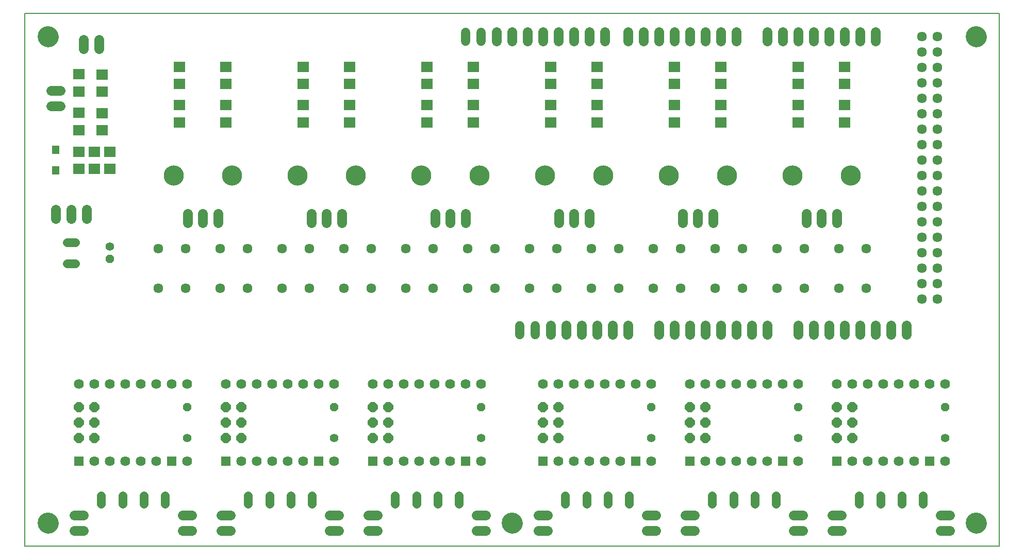
<source format=gts>
G75*
%MOIN*%
%OFA0B0*%
%FSLAX25Y25*%
%IPPOS*%
%LPD*%
%AMOC8*
5,1,8,0,0,1.08239X$1,22.5*
%
%ADD10C,0.00600*%
%ADD11C,0.05600*%
%ADD12OC8,0.05600*%
%ADD13OC8,0.06400*%
%ADD14C,0.06400*%
%ADD15C,0.06400*%
%ADD16R,0.06400X0.06400*%
%ADD17C,0.06337*%
%ADD18C,0.13061*%
%ADD19C,0.06337*%
%ADD20C,0.05746*%
%ADD21C,0.06000*%
%ADD22R,0.07498X0.06699*%
%ADD23R,0.07487X0.06699*%
%ADD24R,0.05124X0.05715*%
%ADD25C,0.00000*%
%ADD26C,0.13400*%
D10*
X0047595Y0011551D02*
X0677595Y0011551D01*
X0677595Y0356551D01*
X0047595Y0356551D01*
X0047595Y0011551D01*
D11*
X0152595Y0081551D03*
X0247595Y0081551D03*
X0342595Y0081551D03*
X0452595Y0081551D03*
X0547595Y0081551D03*
X0642595Y0081551D03*
X0102595Y0205551D03*
D12*
X0102595Y0197551D03*
X0152595Y0101551D03*
X0247595Y0101551D03*
X0342595Y0101551D03*
X0452595Y0101551D03*
X0547595Y0101551D03*
X0642595Y0101551D03*
D13*
X0582595Y0101551D03*
X0572595Y0101551D03*
X0572595Y0091551D03*
X0582595Y0091551D03*
X0582595Y0081551D03*
X0572595Y0081551D03*
X0487595Y0081551D03*
X0477595Y0081551D03*
X0477595Y0091551D03*
X0487595Y0091551D03*
X0487595Y0101551D03*
X0477595Y0101551D03*
X0392595Y0101551D03*
X0382595Y0101551D03*
X0382595Y0091551D03*
X0392595Y0091551D03*
X0392595Y0081551D03*
X0382595Y0081551D03*
X0282595Y0081551D03*
X0272595Y0081551D03*
X0272595Y0091551D03*
X0282595Y0091551D03*
X0282595Y0101551D03*
X0272595Y0101551D03*
X0187595Y0101551D03*
X0177595Y0101551D03*
X0177595Y0091551D03*
X0187595Y0091551D03*
X0187595Y0081551D03*
X0177595Y0081551D03*
X0092595Y0081551D03*
X0082595Y0081551D03*
X0082595Y0091551D03*
X0092595Y0091551D03*
X0092595Y0101551D03*
X0082595Y0101551D03*
D14*
X0079595Y0031551D02*
X0085595Y0031551D01*
X0085595Y0021551D02*
X0079595Y0021551D01*
X0149595Y0021551D02*
X0155595Y0021551D01*
X0155595Y0031551D02*
X0149595Y0031551D01*
X0174595Y0031551D02*
X0180595Y0031551D01*
X0180595Y0021551D02*
X0174595Y0021551D01*
X0244595Y0021551D02*
X0250595Y0021551D01*
X0250595Y0031551D02*
X0244595Y0031551D01*
X0269595Y0031551D02*
X0275595Y0031551D01*
X0275595Y0021551D02*
X0269595Y0021551D01*
X0339595Y0021551D02*
X0345595Y0021551D01*
X0345595Y0031551D02*
X0339595Y0031551D01*
X0379595Y0031551D02*
X0385595Y0031551D01*
X0385595Y0021551D02*
X0379595Y0021551D01*
X0449595Y0021551D02*
X0455595Y0021551D01*
X0474595Y0021551D02*
X0480595Y0021551D01*
X0480595Y0031551D02*
X0474595Y0031551D01*
X0455595Y0031551D02*
X0449595Y0031551D01*
X0544595Y0031551D02*
X0550595Y0031551D01*
X0569595Y0031551D02*
X0575595Y0031551D01*
X0575595Y0021551D02*
X0569595Y0021551D01*
X0550595Y0021551D02*
X0544595Y0021551D01*
X0639595Y0021551D02*
X0645595Y0021551D01*
X0645595Y0031551D02*
X0639595Y0031551D01*
X0095595Y0333551D02*
X0095595Y0339551D01*
X0085595Y0339551D02*
X0085595Y0333551D01*
X0070595Y0306551D02*
X0064595Y0306551D01*
X0064595Y0296551D02*
X0070595Y0296551D01*
D15*
X0082595Y0116551D03*
X0092595Y0116551D03*
X0102595Y0116551D03*
X0112595Y0116551D03*
X0122595Y0116551D03*
X0132595Y0116551D03*
X0142595Y0116551D03*
X0152595Y0116551D03*
X0177595Y0116551D03*
X0187595Y0116551D03*
X0197595Y0116551D03*
X0207595Y0116551D03*
X0217595Y0116551D03*
X0227595Y0116551D03*
X0237595Y0116551D03*
X0247595Y0116551D03*
X0272595Y0116551D03*
X0282595Y0116551D03*
X0292595Y0116551D03*
X0302595Y0116551D03*
X0312595Y0116551D03*
X0322595Y0116551D03*
X0332595Y0116551D03*
X0342595Y0116551D03*
X0382595Y0116551D03*
X0392595Y0116551D03*
X0402595Y0116551D03*
X0412595Y0116551D03*
X0422595Y0116551D03*
X0432595Y0116551D03*
X0442595Y0116551D03*
X0452595Y0116551D03*
X0477595Y0116551D03*
X0487595Y0116551D03*
X0497595Y0116551D03*
X0507595Y0116551D03*
X0517595Y0116551D03*
X0527595Y0116551D03*
X0537595Y0116551D03*
X0547595Y0116551D03*
X0572595Y0116551D03*
X0582595Y0116551D03*
X0592595Y0116551D03*
X0602595Y0116551D03*
X0612595Y0116551D03*
X0622595Y0116551D03*
X0632595Y0116551D03*
X0642595Y0116551D03*
X0642595Y0066551D03*
X0622595Y0066551D03*
X0612595Y0066551D03*
X0602595Y0066551D03*
X0592595Y0066551D03*
X0582595Y0066551D03*
X0547595Y0066551D03*
X0527595Y0066551D03*
X0517595Y0066551D03*
X0507595Y0066551D03*
X0497595Y0066551D03*
X0487595Y0066551D03*
X0452595Y0066551D03*
X0432595Y0066551D03*
X0422595Y0066551D03*
X0412595Y0066551D03*
X0402595Y0066551D03*
X0392595Y0066551D03*
X0342595Y0066551D03*
X0322595Y0066551D03*
X0312595Y0066551D03*
X0302595Y0066551D03*
X0292595Y0066551D03*
X0282595Y0066551D03*
X0247595Y0066551D03*
X0227595Y0066551D03*
X0217595Y0066551D03*
X0207595Y0066551D03*
X0197595Y0066551D03*
X0187595Y0066551D03*
X0152595Y0066551D03*
X0132595Y0066551D03*
X0122595Y0066551D03*
X0112595Y0066551D03*
X0102595Y0066551D03*
X0092595Y0066551D03*
D16*
X0082595Y0066551D03*
X0142595Y0066551D03*
X0177595Y0066551D03*
X0237595Y0066551D03*
X0272595Y0066551D03*
X0332595Y0066551D03*
X0382595Y0066551D03*
X0442595Y0066551D03*
X0477595Y0066551D03*
X0537595Y0066551D03*
X0572595Y0066551D03*
X0632595Y0066551D03*
D17*
X0617595Y0148583D02*
X0617595Y0154520D01*
X0607595Y0154520D02*
X0607595Y0148583D01*
X0597595Y0148583D02*
X0597595Y0154520D01*
X0587595Y0154520D02*
X0587595Y0148583D01*
X0577595Y0148583D02*
X0577595Y0154520D01*
X0567595Y0154520D02*
X0567595Y0148583D01*
X0557595Y0148583D02*
X0557595Y0154520D01*
X0547595Y0154520D02*
X0547595Y0148583D01*
X0527595Y0148583D02*
X0527595Y0154520D01*
X0517595Y0154520D02*
X0517595Y0148583D01*
X0507595Y0148583D02*
X0507595Y0154520D01*
X0497595Y0154520D02*
X0497595Y0148583D01*
X0487595Y0148583D02*
X0487595Y0154520D01*
X0477595Y0154520D02*
X0477595Y0148583D01*
X0467595Y0148583D02*
X0467595Y0154520D01*
X0457595Y0154520D02*
X0457595Y0148583D01*
X0437595Y0148583D02*
X0437595Y0154520D01*
X0427595Y0154520D02*
X0427595Y0148583D01*
X0417595Y0148583D02*
X0417595Y0154520D01*
X0407595Y0154520D02*
X0407595Y0148583D01*
X0397595Y0148583D02*
X0397595Y0154520D01*
X0387595Y0154520D02*
X0387595Y0148583D01*
X0392753Y0221024D02*
X0392753Y0226961D01*
X0402595Y0226961D02*
X0402595Y0221024D01*
X0412438Y0221024D02*
X0412438Y0226961D01*
X0472753Y0226961D02*
X0472753Y0221024D01*
X0482595Y0221024D02*
X0482595Y0226961D01*
X0492438Y0226961D02*
X0492438Y0221024D01*
X0552753Y0221024D02*
X0552753Y0226961D01*
X0562595Y0226961D02*
X0562595Y0221024D01*
X0572438Y0221024D02*
X0572438Y0226961D01*
X0567595Y0338583D02*
X0567595Y0344520D01*
X0557595Y0344520D02*
X0557595Y0338583D01*
X0547595Y0338583D02*
X0547595Y0344520D01*
X0537595Y0344520D02*
X0537595Y0338583D01*
X0527595Y0338583D02*
X0527595Y0344520D01*
X0507595Y0344520D02*
X0507595Y0338583D01*
X0497595Y0338583D02*
X0497595Y0344520D01*
X0487595Y0344520D02*
X0487595Y0338583D01*
X0477595Y0338583D02*
X0477595Y0344520D01*
X0467595Y0344520D02*
X0467595Y0338583D01*
X0457595Y0338583D02*
X0457595Y0344520D01*
X0447595Y0344520D02*
X0447595Y0338583D01*
X0437595Y0338583D02*
X0437595Y0344520D01*
X0422595Y0344520D02*
X0422595Y0338583D01*
X0412595Y0338583D02*
X0412595Y0344520D01*
X0402595Y0344520D02*
X0402595Y0338583D01*
X0392595Y0338583D02*
X0392595Y0344520D01*
X0382595Y0344520D02*
X0382595Y0338583D01*
X0372595Y0338583D02*
X0372595Y0344520D01*
X0362595Y0344520D02*
X0362595Y0338583D01*
X0352595Y0338583D02*
X0352595Y0344520D01*
X0332438Y0226961D02*
X0332438Y0221024D01*
X0322595Y0221024D02*
X0322595Y0226961D01*
X0312753Y0226961D02*
X0312753Y0221024D01*
X0252438Y0221024D02*
X0252438Y0226961D01*
X0242595Y0226961D02*
X0242595Y0221024D01*
X0232753Y0221024D02*
X0232753Y0226961D01*
X0172438Y0226961D02*
X0172438Y0221024D01*
X0162595Y0221024D02*
X0162595Y0226961D01*
X0152753Y0226961D02*
X0152753Y0221024D01*
X0087595Y0223583D02*
X0087595Y0229520D01*
X0077595Y0229520D02*
X0077595Y0223583D01*
X0067595Y0223583D02*
X0067595Y0229520D01*
X0577595Y0338583D02*
X0577595Y0344520D01*
X0587595Y0344520D02*
X0587595Y0338583D01*
X0597595Y0338583D02*
X0597595Y0344520D01*
D18*
X0581493Y0251551D03*
X0543698Y0251551D03*
X0501493Y0251551D03*
X0463698Y0251551D03*
X0421493Y0251551D03*
X0383698Y0251551D03*
X0341493Y0251551D03*
X0303698Y0251551D03*
X0261493Y0251551D03*
X0223698Y0251551D03*
X0181493Y0251551D03*
X0143698Y0251551D03*
D19*
X0151453Y0204346D03*
X0133737Y0204268D03*
X0133737Y0178756D03*
X0151453Y0178756D03*
X0173737Y0178756D03*
X0191453Y0178756D03*
X0213737Y0178756D03*
X0231453Y0178756D03*
X0253737Y0178756D03*
X0271453Y0178756D03*
X0293737Y0178756D03*
X0311453Y0178756D03*
X0333737Y0178756D03*
X0351453Y0178756D03*
X0373737Y0178756D03*
X0391453Y0178756D03*
X0413737Y0178756D03*
X0431453Y0178756D03*
X0453737Y0178756D03*
X0471453Y0178756D03*
X0493737Y0178756D03*
X0511453Y0178756D03*
X0533737Y0178756D03*
X0551453Y0178756D03*
X0573737Y0178756D03*
X0591453Y0178756D03*
X0627595Y0181551D03*
X0637595Y0181551D03*
X0637595Y0191551D03*
X0627595Y0191551D03*
X0627595Y0201551D03*
X0637595Y0201551D03*
X0637595Y0211551D03*
X0627595Y0211551D03*
X0627595Y0221551D03*
X0637595Y0221551D03*
X0637595Y0231551D03*
X0627595Y0231551D03*
X0627595Y0241551D03*
X0637595Y0241551D03*
X0637595Y0251551D03*
X0627595Y0251551D03*
X0627595Y0261551D03*
X0637595Y0261551D03*
X0637595Y0271551D03*
X0627595Y0271551D03*
X0627595Y0281551D03*
X0637595Y0281551D03*
X0637595Y0291551D03*
X0627595Y0291551D03*
X0627595Y0301551D03*
X0637595Y0301551D03*
X0637595Y0311551D03*
X0627595Y0311551D03*
X0627595Y0321551D03*
X0637595Y0321551D03*
X0637595Y0331551D03*
X0627595Y0331551D03*
X0627595Y0341551D03*
X0637595Y0341551D03*
X0591453Y0204346D03*
X0573737Y0204268D03*
X0551453Y0204346D03*
X0533737Y0204268D03*
X0511453Y0204346D03*
X0493737Y0204268D03*
X0471453Y0204346D03*
X0453737Y0204268D03*
X0431453Y0204346D03*
X0413737Y0204268D03*
X0391453Y0204346D03*
X0373737Y0204268D03*
X0351453Y0204346D03*
X0333737Y0204268D03*
X0311453Y0204346D03*
X0293737Y0204268D03*
X0271453Y0204346D03*
X0253737Y0204268D03*
X0231453Y0204346D03*
X0213737Y0204268D03*
X0191453Y0204346D03*
X0173737Y0204268D03*
X0627595Y0171551D03*
X0637595Y0171551D03*
D20*
X0628264Y0044224D02*
X0628264Y0038878D01*
X0614485Y0038878D02*
X0614485Y0044224D01*
X0600705Y0044224D02*
X0600705Y0038878D01*
X0586926Y0038878D02*
X0586926Y0044224D01*
X0533264Y0044224D02*
X0533264Y0038878D01*
X0519485Y0038878D02*
X0519485Y0044224D01*
X0505705Y0044224D02*
X0505705Y0038878D01*
X0491926Y0038878D02*
X0491926Y0044224D01*
X0438264Y0044224D02*
X0438264Y0038878D01*
X0424485Y0038878D02*
X0424485Y0044224D01*
X0410705Y0044224D02*
X0410705Y0038878D01*
X0396926Y0038878D02*
X0396926Y0044224D01*
X0328264Y0044224D02*
X0328264Y0038878D01*
X0314485Y0038878D02*
X0314485Y0044224D01*
X0300705Y0044224D02*
X0300705Y0038878D01*
X0286926Y0038878D02*
X0286926Y0044224D01*
X0233264Y0044224D02*
X0233264Y0038878D01*
X0219485Y0038878D02*
X0219485Y0044224D01*
X0205705Y0044224D02*
X0205705Y0038878D01*
X0191926Y0038878D02*
X0191926Y0044224D01*
X0138264Y0044224D02*
X0138264Y0038878D01*
X0124485Y0038878D02*
X0124485Y0044224D01*
X0110705Y0044224D02*
X0110705Y0038878D01*
X0096926Y0038878D02*
X0096926Y0044224D01*
X0080268Y0194661D02*
X0074922Y0194661D01*
X0074922Y0208441D02*
X0080268Y0208441D01*
D21*
X0332595Y0338751D02*
X0332595Y0344351D01*
X0342595Y0344351D02*
X0342595Y0338751D01*
X0367595Y0154351D02*
X0367595Y0148751D01*
X0377595Y0148751D02*
X0377595Y0154351D01*
D22*
X0387595Y0285953D03*
X0387595Y0297150D03*
X0417595Y0297150D03*
X0417595Y0285953D03*
X0467595Y0285953D03*
X0467595Y0297150D03*
X0497595Y0297150D03*
X0497595Y0285953D03*
X0547595Y0285953D03*
X0547595Y0297150D03*
X0577595Y0297150D03*
X0577595Y0285953D03*
X0337595Y0285953D03*
X0337595Y0297150D03*
X0307595Y0297150D03*
X0307595Y0285953D03*
X0257595Y0285953D03*
X0257595Y0297150D03*
X0227595Y0297150D03*
X0227595Y0285953D03*
X0177595Y0285953D03*
X0177595Y0297150D03*
X0147595Y0297150D03*
X0147595Y0285953D03*
X0082595Y0280953D03*
X0082595Y0292150D03*
X0082595Y0305953D03*
X0082595Y0317150D03*
D23*
X0097595Y0317063D03*
X0097595Y0306039D03*
X0097595Y0292063D03*
X0097595Y0281039D03*
X0092595Y0267063D03*
X0082595Y0267063D03*
X0082595Y0256039D03*
X0092595Y0256039D03*
X0102595Y0256039D03*
X0102595Y0267063D03*
X0147595Y0311039D03*
X0147595Y0322063D03*
X0177595Y0322063D03*
X0177595Y0311039D03*
X0227595Y0311039D03*
X0227595Y0322063D03*
X0257595Y0322063D03*
X0257595Y0311039D03*
X0307595Y0311039D03*
X0307595Y0322063D03*
X0337595Y0322063D03*
X0337595Y0311039D03*
X0387595Y0311039D03*
X0387595Y0322063D03*
X0417595Y0322063D03*
X0417595Y0311039D03*
X0467595Y0311039D03*
X0467595Y0322063D03*
X0497595Y0322063D03*
X0497595Y0311039D03*
X0547595Y0311039D03*
X0547595Y0322063D03*
X0577595Y0322063D03*
X0577595Y0311039D03*
D24*
X0067595Y0268146D03*
X0067595Y0254957D03*
D25*
X0056095Y0341551D02*
X0056097Y0341712D01*
X0056103Y0341872D01*
X0056113Y0342033D01*
X0056127Y0342193D01*
X0056145Y0342353D01*
X0056166Y0342512D01*
X0056192Y0342671D01*
X0056222Y0342829D01*
X0056255Y0342986D01*
X0056293Y0343143D01*
X0056334Y0343298D01*
X0056379Y0343452D01*
X0056428Y0343605D01*
X0056481Y0343757D01*
X0056537Y0343908D01*
X0056598Y0344057D01*
X0056661Y0344205D01*
X0056729Y0344351D01*
X0056800Y0344495D01*
X0056874Y0344637D01*
X0056952Y0344778D01*
X0057034Y0344916D01*
X0057119Y0345053D01*
X0057207Y0345187D01*
X0057299Y0345319D01*
X0057394Y0345449D01*
X0057492Y0345577D01*
X0057593Y0345702D01*
X0057697Y0345824D01*
X0057804Y0345944D01*
X0057914Y0346061D01*
X0058027Y0346176D01*
X0058143Y0346287D01*
X0058262Y0346396D01*
X0058383Y0346501D01*
X0058507Y0346604D01*
X0058633Y0346704D01*
X0058761Y0346800D01*
X0058892Y0346893D01*
X0059026Y0346983D01*
X0059161Y0347070D01*
X0059299Y0347153D01*
X0059438Y0347233D01*
X0059580Y0347309D01*
X0059723Y0347382D01*
X0059868Y0347451D01*
X0060015Y0347517D01*
X0060163Y0347579D01*
X0060313Y0347637D01*
X0060464Y0347692D01*
X0060617Y0347743D01*
X0060771Y0347790D01*
X0060926Y0347833D01*
X0061082Y0347872D01*
X0061238Y0347908D01*
X0061396Y0347939D01*
X0061554Y0347967D01*
X0061713Y0347991D01*
X0061873Y0348011D01*
X0062033Y0348027D01*
X0062193Y0348039D01*
X0062354Y0348047D01*
X0062515Y0348051D01*
X0062675Y0348051D01*
X0062836Y0348047D01*
X0062997Y0348039D01*
X0063157Y0348027D01*
X0063317Y0348011D01*
X0063477Y0347991D01*
X0063636Y0347967D01*
X0063794Y0347939D01*
X0063952Y0347908D01*
X0064108Y0347872D01*
X0064264Y0347833D01*
X0064419Y0347790D01*
X0064573Y0347743D01*
X0064726Y0347692D01*
X0064877Y0347637D01*
X0065027Y0347579D01*
X0065175Y0347517D01*
X0065322Y0347451D01*
X0065467Y0347382D01*
X0065610Y0347309D01*
X0065752Y0347233D01*
X0065891Y0347153D01*
X0066029Y0347070D01*
X0066164Y0346983D01*
X0066298Y0346893D01*
X0066429Y0346800D01*
X0066557Y0346704D01*
X0066683Y0346604D01*
X0066807Y0346501D01*
X0066928Y0346396D01*
X0067047Y0346287D01*
X0067163Y0346176D01*
X0067276Y0346061D01*
X0067386Y0345944D01*
X0067493Y0345824D01*
X0067597Y0345702D01*
X0067698Y0345577D01*
X0067796Y0345449D01*
X0067891Y0345319D01*
X0067983Y0345187D01*
X0068071Y0345053D01*
X0068156Y0344916D01*
X0068238Y0344778D01*
X0068316Y0344637D01*
X0068390Y0344495D01*
X0068461Y0344351D01*
X0068529Y0344205D01*
X0068592Y0344057D01*
X0068653Y0343908D01*
X0068709Y0343757D01*
X0068762Y0343605D01*
X0068811Y0343452D01*
X0068856Y0343298D01*
X0068897Y0343143D01*
X0068935Y0342986D01*
X0068968Y0342829D01*
X0068998Y0342671D01*
X0069024Y0342512D01*
X0069045Y0342353D01*
X0069063Y0342193D01*
X0069077Y0342033D01*
X0069087Y0341872D01*
X0069093Y0341712D01*
X0069095Y0341551D01*
X0069093Y0341390D01*
X0069087Y0341230D01*
X0069077Y0341069D01*
X0069063Y0340909D01*
X0069045Y0340749D01*
X0069024Y0340590D01*
X0068998Y0340431D01*
X0068968Y0340273D01*
X0068935Y0340116D01*
X0068897Y0339959D01*
X0068856Y0339804D01*
X0068811Y0339650D01*
X0068762Y0339497D01*
X0068709Y0339345D01*
X0068653Y0339194D01*
X0068592Y0339045D01*
X0068529Y0338897D01*
X0068461Y0338751D01*
X0068390Y0338607D01*
X0068316Y0338465D01*
X0068238Y0338324D01*
X0068156Y0338186D01*
X0068071Y0338049D01*
X0067983Y0337915D01*
X0067891Y0337783D01*
X0067796Y0337653D01*
X0067698Y0337525D01*
X0067597Y0337400D01*
X0067493Y0337278D01*
X0067386Y0337158D01*
X0067276Y0337041D01*
X0067163Y0336926D01*
X0067047Y0336815D01*
X0066928Y0336706D01*
X0066807Y0336601D01*
X0066683Y0336498D01*
X0066557Y0336398D01*
X0066429Y0336302D01*
X0066298Y0336209D01*
X0066164Y0336119D01*
X0066029Y0336032D01*
X0065891Y0335949D01*
X0065752Y0335869D01*
X0065610Y0335793D01*
X0065467Y0335720D01*
X0065322Y0335651D01*
X0065175Y0335585D01*
X0065027Y0335523D01*
X0064877Y0335465D01*
X0064726Y0335410D01*
X0064573Y0335359D01*
X0064419Y0335312D01*
X0064264Y0335269D01*
X0064108Y0335230D01*
X0063952Y0335194D01*
X0063794Y0335163D01*
X0063636Y0335135D01*
X0063477Y0335111D01*
X0063317Y0335091D01*
X0063157Y0335075D01*
X0062997Y0335063D01*
X0062836Y0335055D01*
X0062675Y0335051D01*
X0062515Y0335051D01*
X0062354Y0335055D01*
X0062193Y0335063D01*
X0062033Y0335075D01*
X0061873Y0335091D01*
X0061713Y0335111D01*
X0061554Y0335135D01*
X0061396Y0335163D01*
X0061238Y0335194D01*
X0061082Y0335230D01*
X0060926Y0335269D01*
X0060771Y0335312D01*
X0060617Y0335359D01*
X0060464Y0335410D01*
X0060313Y0335465D01*
X0060163Y0335523D01*
X0060015Y0335585D01*
X0059868Y0335651D01*
X0059723Y0335720D01*
X0059580Y0335793D01*
X0059438Y0335869D01*
X0059299Y0335949D01*
X0059161Y0336032D01*
X0059026Y0336119D01*
X0058892Y0336209D01*
X0058761Y0336302D01*
X0058633Y0336398D01*
X0058507Y0336498D01*
X0058383Y0336601D01*
X0058262Y0336706D01*
X0058143Y0336815D01*
X0058027Y0336926D01*
X0057914Y0337041D01*
X0057804Y0337158D01*
X0057697Y0337278D01*
X0057593Y0337400D01*
X0057492Y0337525D01*
X0057394Y0337653D01*
X0057299Y0337783D01*
X0057207Y0337915D01*
X0057119Y0338049D01*
X0057034Y0338186D01*
X0056952Y0338324D01*
X0056874Y0338465D01*
X0056800Y0338607D01*
X0056729Y0338751D01*
X0056661Y0338897D01*
X0056598Y0339045D01*
X0056537Y0339194D01*
X0056481Y0339345D01*
X0056428Y0339497D01*
X0056379Y0339650D01*
X0056334Y0339804D01*
X0056293Y0339959D01*
X0056255Y0340116D01*
X0056222Y0340273D01*
X0056192Y0340431D01*
X0056166Y0340590D01*
X0056145Y0340749D01*
X0056127Y0340909D01*
X0056113Y0341069D01*
X0056103Y0341230D01*
X0056097Y0341390D01*
X0056095Y0341551D01*
X0056095Y0026551D02*
X0056097Y0026712D01*
X0056103Y0026872D01*
X0056113Y0027033D01*
X0056127Y0027193D01*
X0056145Y0027353D01*
X0056166Y0027512D01*
X0056192Y0027671D01*
X0056222Y0027829D01*
X0056255Y0027986D01*
X0056293Y0028143D01*
X0056334Y0028298D01*
X0056379Y0028452D01*
X0056428Y0028605D01*
X0056481Y0028757D01*
X0056537Y0028908D01*
X0056598Y0029057D01*
X0056661Y0029205D01*
X0056729Y0029351D01*
X0056800Y0029495D01*
X0056874Y0029637D01*
X0056952Y0029778D01*
X0057034Y0029916D01*
X0057119Y0030053D01*
X0057207Y0030187D01*
X0057299Y0030319D01*
X0057394Y0030449D01*
X0057492Y0030577D01*
X0057593Y0030702D01*
X0057697Y0030824D01*
X0057804Y0030944D01*
X0057914Y0031061D01*
X0058027Y0031176D01*
X0058143Y0031287D01*
X0058262Y0031396D01*
X0058383Y0031501D01*
X0058507Y0031604D01*
X0058633Y0031704D01*
X0058761Y0031800D01*
X0058892Y0031893D01*
X0059026Y0031983D01*
X0059161Y0032070D01*
X0059299Y0032153D01*
X0059438Y0032233D01*
X0059580Y0032309D01*
X0059723Y0032382D01*
X0059868Y0032451D01*
X0060015Y0032517D01*
X0060163Y0032579D01*
X0060313Y0032637D01*
X0060464Y0032692D01*
X0060617Y0032743D01*
X0060771Y0032790D01*
X0060926Y0032833D01*
X0061082Y0032872D01*
X0061238Y0032908D01*
X0061396Y0032939D01*
X0061554Y0032967D01*
X0061713Y0032991D01*
X0061873Y0033011D01*
X0062033Y0033027D01*
X0062193Y0033039D01*
X0062354Y0033047D01*
X0062515Y0033051D01*
X0062675Y0033051D01*
X0062836Y0033047D01*
X0062997Y0033039D01*
X0063157Y0033027D01*
X0063317Y0033011D01*
X0063477Y0032991D01*
X0063636Y0032967D01*
X0063794Y0032939D01*
X0063952Y0032908D01*
X0064108Y0032872D01*
X0064264Y0032833D01*
X0064419Y0032790D01*
X0064573Y0032743D01*
X0064726Y0032692D01*
X0064877Y0032637D01*
X0065027Y0032579D01*
X0065175Y0032517D01*
X0065322Y0032451D01*
X0065467Y0032382D01*
X0065610Y0032309D01*
X0065752Y0032233D01*
X0065891Y0032153D01*
X0066029Y0032070D01*
X0066164Y0031983D01*
X0066298Y0031893D01*
X0066429Y0031800D01*
X0066557Y0031704D01*
X0066683Y0031604D01*
X0066807Y0031501D01*
X0066928Y0031396D01*
X0067047Y0031287D01*
X0067163Y0031176D01*
X0067276Y0031061D01*
X0067386Y0030944D01*
X0067493Y0030824D01*
X0067597Y0030702D01*
X0067698Y0030577D01*
X0067796Y0030449D01*
X0067891Y0030319D01*
X0067983Y0030187D01*
X0068071Y0030053D01*
X0068156Y0029916D01*
X0068238Y0029778D01*
X0068316Y0029637D01*
X0068390Y0029495D01*
X0068461Y0029351D01*
X0068529Y0029205D01*
X0068592Y0029057D01*
X0068653Y0028908D01*
X0068709Y0028757D01*
X0068762Y0028605D01*
X0068811Y0028452D01*
X0068856Y0028298D01*
X0068897Y0028143D01*
X0068935Y0027986D01*
X0068968Y0027829D01*
X0068998Y0027671D01*
X0069024Y0027512D01*
X0069045Y0027353D01*
X0069063Y0027193D01*
X0069077Y0027033D01*
X0069087Y0026872D01*
X0069093Y0026712D01*
X0069095Y0026551D01*
X0069093Y0026390D01*
X0069087Y0026230D01*
X0069077Y0026069D01*
X0069063Y0025909D01*
X0069045Y0025749D01*
X0069024Y0025590D01*
X0068998Y0025431D01*
X0068968Y0025273D01*
X0068935Y0025116D01*
X0068897Y0024959D01*
X0068856Y0024804D01*
X0068811Y0024650D01*
X0068762Y0024497D01*
X0068709Y0024345D01*
X0068653Y0024194D01*
X0068592Y0024045D01*
X0068529Y0023897D01*
X0068461Y0023751D01*
X0068390Y0023607D01*
X0068316Y0023465D01*
X0068238Y0023324D01*
X0068156Y0023186D01*
X0068071Y0023049D01*
X0067983Y0022915D01*
X0067891Y0022783D01*
X0067796Y0022653D01*
X0067698Y0022525D01*
X0067597Y0022400D01*
X0067493Y0022278D01*
X0067386Y0022158D01*
X0067276Y0022041D01*
X0067163Y0021926D01*
X0067047Y0021815D01*
X0066928Y0021706D01*
X0066807Y0021601D01*
X0066683Y0021498D01*
X0066557Y0021398D01*
X0066429Y0021302D01*
X0066298Y0021209D01*
X0066164Y0021119D01*
X0066029Y0021032D01*
X0065891Y0020949D01*
X0065752Y0020869D01*
X0065610Y0020793D01*
X0065467Y0020720D01*
X0065322Y0020651D01*
X0065175Y0020585D01*
X0065027Y0020523D01*
X0064877Y0020465D01*
X0064726Y0020410D01*
X0064573Y0020359D01*
X0064419Y0020312D01*
X0064264Y0020269D01*
X0064108Y0020230D01*
X0063952Y0020194D01*
X0063794Y0020163D01*
X0063636Y0020135D01*
X0063477Y0020111D01*
X0063317Y0020091D01*
X0063157Y0020075D01*
X0062997Y0020063D01*
X0062836Y0020055D01*
X0062675Y0020051D01*
X0062515Y0020051D01*
X0062354Y0020055D01*
X0062193Y0020063D01*
X0062033Y0020075D01*
X0061873Y0020091D01*
X0061713Y0020111D01*
X0061554Y0020135D01*
X0061396Y0020163D01*
X0061238Y0020194D01*
X0061082Y0020230D01*
X0060926Y0020269D01*
X0060771Y0020312D01*
X0060617Y0020359D01*
X0060464Y0020410D01*
X0060313Y0020465D01*
X0060163Y0020523D01*
X0060015Y0020585D01*
X0059868Y0020651D01*
X0059723Y0020720D01*
X0059580Y0020793D01*
X0059438Y0020869D01*
X0059299Y0020949D01*
X0059161Y0021032D01*
X0059026Y0021119D01*
X0058892Y0021209D01*
X0058761Y0021302D01*
X0058633Y0021398D01*
X0058507Y0021498D01*
X0058383Y0021601D01*
X0058262Y0021706D01*
X0058143Y0021815D01*
X0058027Y0021926D01*
X0057914Y0022041D01*
X0057804Y0022158D01*
X0057697Y0022278D01*
X0057593Y0022400D01*
X0057492Y0022525D01*
X0057394Y0022653D01*
X0057299Y0022783D01*
X0057207Y0022915D01*
X0057119Y0023049D01*
X0057034Y0023186D01*
X0056952Y0023324D01*
X0056874Y0023465D01*
X0056800Y0023607D01*
X0056729Y0023751D01*
X0056661Y0023897D01*
X0056598Y0024045D01*
X0056537Y0024194D01*
X0056481Y0024345D01*
X0056428Y0024497D01*
X0056379Y0024650D01*
X0056334Y0024804D01*
X0056293Y0024959D01*
X0056255Y0025116D01*
X0056222Y0025273D01*
X0056192Y0025431D01*
X0056166Y0025590D01*
X0056145Y0025749D01*
X0056127Y0025909D01*
X0056113Y0026069D01*
X0056103Y0026230D01*
X0056097Y0026390D01*
X0056095Y0026551D01*
X0356095Y0026551D02*
X0356097Y0026712D01*
X0356103Y0026872D01*
X0356113Y0027033D01*
X0356127Y0027193D01*
X0356145Y0027353D01*
X0356166Y0027512D01*
X0356192Y0027671D01*
X0356222Y0027829D01*
X0356255Y0027986D01*
X0356293Y0028143D01*
X0356334Y0028298D01*
X0356379Y0028452D01*
X0356428Y0028605D01*
X0356481Y0028757D01*
X0356537Y0028908D01*
X0356598Y0029057D01*
X0356661Y0029205D01*
X0356729Y0029351D01*
X0356800Y0029495D01*
X0356874Y0029637D01*
X0356952Y0029778D01*
X0357034Y0029916D01*
X0357119Y0030053D01*
X0357207Y0030187D01*
X0357299Y0030319D01*
X0357394Y0030449D01*
X0357492Y0030577D01*
X0357593Y0030702D01*
X0357697Y0030824D01*
X0357804Y0030944D01*
X0357914Y0031061D01*
X0358027Y0031176D01*
X0358143Y0031287D01*
X0358262Y0031396D01*
X0358383Y0031501D01*
X0358507Y0031604D01*
X0358633Y0031704D01*
X0358761Y0031800D01*
X0358892Y0031893D01*
X0359026Y0031983D01*
X0359161Y0032070D01*
X0359299Y0032153D01*
X0359438Y0032233D01*
X0359580Y0032309D01*
X0359723Y0032382D01*
X0359868Y0032451D01*
X0360015Y0032517D01*
X0360163Y0032579D01*
X0360313Y0032637D01*
X0360464Y0032692D01*
X0360617Y0032743D01*
X0360771Y0032790D01*
X0360926Y0032833D01*
X0361082Y0032872D01*
X0361238Y0032908D01*
X0361396Y0032939D01*
X0361554Y0032967D01*
X0361713Y0032991D01*
X0361873Y0033011D01*
X0362033Y0033027D01*
X0362193Y0033039D01*
X0362354Y0033047D01*
X0362515Y0033051D01*
X0362675Y0033051D01*
X0362836Y0033047D01*
X0362997Y0033039D01*
X0363157Y0033027D01*
X0363317Y0033011D01*
X0363477Y0032991D01*
X0363636Y0032967D01*
X0363794Y0032939D01*
X0363952Y0032908D01*
X0364108Y0032872D01*
X0364264Y0032833D01*
X0364419Y0032790D01*
X0364573Y0032743D01*
X0364726Y0032692D01*
X0364877Y0032637D01*
X0365027Y0032579D01*
X0365175Y0032517D01*
X0365322Y0032451D01*
X0365467Y0032382D01*
X0365610Y0032309D01*
X0365752Y0032233D01*
X0365891Y0032153D01*
X0366029Y0032070D01*
X0366164Y0031983D01*
X0366298Y0031893D01*
X0366429Y0031800D01*
X0366557Y0031704D01*
X0366683Y0031604D01*
X0366807Y0031501D01*
X0366928Y0031396D01*
X0367047Y0031287D01*
X0367163Y0031176D01*
X0367276Y0031061D01*
X0367386Y0030944D01*
X0367493Y0030824D01*
X0367597Y0030702D01*
X0367698Y0030577D01*
X0367796Y0030449D01*
X0367891Y0030319D01*
X0367983Y0030187D01*
X0368071Y0030053D01*
X0368156Y0029916D01*
X0368238Y0029778D01*
X0368316Y0029637D01*
X0368390Y0029495D01*
X0368461Y0029351D01*
X0368529Y0029205D01*
X0368592Y0029057D01*
X0368653Y0028908D01*
X0368709Y0028757D01*
X0368762Y0028605D01*
X0368811Y0028452D01*
X0368856Y0028298D01*
X0368897Y0028143D01*
X0368935Y0027986D01*
X0368968Y0027829D01*
X0368998Y0027671D01*
X0369024Y0027512D01*
X0369045Y0027353D01*
X0369063Y0027193D01*
X0369077Y0027033D01*
X0369087Y0026872D01*
X0369093Y0026712D01*
X0369095Y0026551D01*
X0369093Y0026390D01*
X0369087Y0026230D01*
X0369077Y0026069D01*
X0369063Y0025909D01*
X0369045Y0025749D01*
X0369024Y0025590D01*
X0368998Y0025431D01*
X0368968Y0025273D01*
X0368935Y0025116D01*
X0368897Y0024959D01*
X0368856Y0024804D01*
X0368811Y0024650D01*
X0368762Y0024497D01*
X0368709Y0024345D01*
X0368653Y0024194D01*
X0368592Y0024045D01*
X0368529Y0023897D01*
X0368461Y0023751D01*
X0368390Y0023607D01*
X0368316Y0023465D01*
X0368238Y0023324D01*
X0368156Y0023186D01*
X0368071Y0023049D01*
X0367983Y0022915D01*
X0367891Y0022783D01*
X0367796Y0022653D01*
X0367698Y0022525D01*
X0367597Y0022400D01*
X0367493Y0022278D01*
X0367386Y0022158D01*
X0367276Y0022041D01*
X0367163Y0021926D01*
X0367047Y0021815D01*
X0366928Y0021706D01*
X0366807Y0021601D01*
X0366683Y0021498D01*
X0366557Y0021398D01*
X0366429Y0021302D01*
X0366298Y0021209D01*
X0366164Y0021119D01*
X0366029Y0021032D01*
X0365891Y0020949D01*
X0365752Y0020869D01*
X0365610Y0020793D01*
X0365467Y0020720D01*
X0365322Y0020651D01*
X0365175Y0020585D01*
X0365027Y0020523D01*
X0364877Y0020465D01*
X0364726Y0020410D01*
X0364573Y0020359D01*
X0364419Y0020312D01*
X0364264Y0020269D01*
X0364108Y0020230D01*
X0363952Y0020194D01*
X0363794Y0020163D01*
X0363636Y0020135D01*
X0363477Y0020111D01*
X0363317Y0020091D01*
X0363157Y0020075D01*
X0362997Y0020063D01*
X0362836Y0020055D01*
X0362675Y0020051D01*
X0362515Y0020051D01*
X0362354Y0020055D01*
X0362193Y0020063D01*
X0362033Y0020075D01*
X0361873Y0020091D01*
X0361713Y0020111D01*
X0361554Y0020135D01*
X0361396Y0020163D01*
X0361238Y0020194D01*
X0361082Y0020230D01*
X0360926Y0020269D01*
X0360771Y0020312D01*
X0360617Y0020359D01*
X0360464Y0020410D01*
X0360313Y0020465D01*
X0360163Y0020523D01*
X0360015Y0020585D01*
X0359868Y0020651D01*
X0359723Y0020720D01*
X0359580Y0020793D01*
X0359438Y0020869D01*
X0359299Y0020949D01*
X0359161Y0021032D01*
X0359026Y0021119D01*
X0358892Y0021209D01*
X0358761Y0021302D01*
X0358633Y0021398D01*
X0358507Y0021498D01*
X0358383Y0021601D01*
X0358262Y0021706D01*
X0358143Y0021815D01*
X0358027Y0021926D01*
X0357914Y0022041D01*
X0357804Y0022158D01*
X0357697Y0022278D01*
X0357593Y0022400D01*
X0357492Y0022525D01*
X0357394Y0022653D01*
X0357299Y0022783D01*
X0357207Y0022915D01*
X0357119Y0023049D01*
X0357034Y0023186D01*
X0356952Y0023324D01*
X0356874Y0023465D01*
X0356800Y0023607D01*
X0356729Y0023751D01*
X0356661Y0023897D01*
X0356598Y0024045D01*
X0356537Y0024194D01*
X0356481Y0024345D01*
X0356428Y0024497D01*
X0356379Y0024650D01*
X0356334Y0024804D01*
X0356293Y0024959D01*
X0356255Y0025116D01*
X0356222Y0025273D01*
X0356192Y0025431D01*
X0356166Y0025590D01*
X0356145Y0025749D01*
X0356127Y0025909D01*
X0356113Y0026069D01*
X0356103Y0026230D01*
X0356097Y0026390D01*
X0356095Y0026551D01*
X0656095Y0026551D02*
X0656097Y0026712D01*
X0656103Y0026872D01*
X0656113Y0027033D01*
X0656127Y0027193D01*
X0656145Y0027353D01*
X0656166Y0027512D01*
X0656192Y0027671D01*
X0656222Y0027829D01*
X0656255Y0027986D01*
X0656293Y0028143D01*
X0656334Y0028298D01*
X0656379Y0028452D01*
X0656428Y0028605D01*
X0656481Y0028757D01*
X0656537Y0028908D01*
X0656598Y0029057D01*
X0656661Y0029205D01*
X0656729Y0029351D01*
X0656800Y0029495D01*
X0656874Y0029637D01*
X0656952Y0029778D01*
X0657034Y0029916D01*
X0657119Y0030053D01*
X0657207Y0030187D01*
X0657299Y0030319D01*
X0657394Y0030449D01*
X0657492Y0030577D01*
X0657593Y0030702D01*
X0657697Y0030824D01*
X0657804Y0030944D01*
X0657914Y0031061D01*
X0658027Y0031176D01*
X0658143Y0031287D01*
X0658262Y0031396D01*
X0658383Y0031501D01*
X0658507Y0031604D01*
X0658633Y0031704D01*
X0658761Y0031800D01*
X0658892Y0031893D01*
X0659026Y0031983D01*
X0659161Y0032070D01*
X0659299Y0032153D01*
X0659438Y0032233D01*
X0659580Y0032309D01*
X0659723Y0032382D01*
X0659868Y0032451D01*
X0660015Y0032517D01*
X0660163Y0032579D01*
X0660313Y0032637D01*
X0660464Y0032692D01*
X0660617Y0032743D01*
X0660771Y0032790D01*
X0660926Y0032833D01*
X0661082Y0032872D01*
X0661238Y0032908D01*
X0661396Y0032939D01*
X0661554Y0032967D01*
X0661713Y0032991D01*
X0661873Y0033011D01*
X0662033Y0033027D01*
X0662193Y0033039D01*
X0662354Y0033047D01*
X0662515Y0033051D01*
X0662675Y0033051D01*
X0662836Y0033047D01*
X0662997Y0033039D01*
X0663157Y0033027D01*
X0663317Y0033011D01*
X0663477Y0032991D01*
X0663636Y0032967D01*
X0663794Y0032939D01*
X0663952Y0032908D01*
X0664108Y0032872D01*
X0664264Y0032833D01*
X0664419Y0032790D01*
X0664573Y0032743D01*
X0664726Y0032692D01*
X0664877Y0032637D01*
X0665027Y0032579D01*
X0665175Y0032517D01*
X0665322Y0032451D01*
X0665467Y0032382D01*
X0665610Y0032309D01*
X0665752Y0032233D01*
X0665891Y0032153D01*
X0666029Y0032070D01*
X0666164Y0031983D01*
X0666298Y0031893D01*
X0666429Y0031800D01*
X0666557Y0031704D01*
X0666683Y0031604D01*
X0666807Y0031501D01*
X0666928Y0031396D01*
X0667047Y0031287D01*
X0667163Y0031176D01*
X0667276Y0031061D01*
X0667386Y0030944D01*
X0667493Y0030824D01*
X0667597Y0030702D01*
X0667698Y0030577D01*
X0667796Y0030449D01*
X0667891Y0030319D01*
X0667983Y0030187D01*
X0668071Y0030053D01*
X0668156Y0029916D01*
X0668238Y0029778D01*
X0668316Y0029637D01*
X0668390Y0029495D01*
X0668461Y0029351D01*
X0668529Y0029205D01*
X0668592Y0029057D01*
X0668653Y0028908D01*
X0668709Y0028757D01*
X0668762Y0028605D01*
X0668811Y0028452D01*
X0668856Y0028298D01*
X0668897Y0028143D01*
X0668935Y0027986D01*
X0668968Y0027829D01*
X0668998Y0027671D01*
X0669024Y0027512D01*
X0669045Y0027353D01*
X0669063Y0027193D01*
X0669077Y0027033D01*
X0669087Y0026872D01*
X0669093Y0026712D01*
X0669095Y0026551D01*
X0669093Y0026390D01*
X0669087Y0026230D01*
X0669077Y0026069D01*
X0669063Y0025909D01*
X0669045Y0025749D01*
X0669024Y0025590D01*
X0668998Y0025431D01*
X0668968Y0025273D01*
X0668935Y0025116D01*
X0668897Y0024959D01*
X0668856Y0024804D01*
X0668811Y0024650D01*
X0668762Y0024497D01*
X0668709Y0024345D01*
X0668653Y0024194D01*
X0668592Y0024045D01*
X0668529Y0023897D01*
X0668461Y0023751D01*
X0668390Y0023607D01*
X0668316Y0023465D01*
X0668238Y0023324D01*
X0668156Y0023186D01*
X0668071Y0023049D01*
X0667983Y0022915D01*
X0667891Y0022783D01*
X0667796Y0022653D01*
X0667698Y0022525D01*
X0667597Y0022400D01*
X0667493Y0022278D01*
X0667386Y0022158D01*
X0667276Y0022041D01*
X0667163Y0021926D01*
X0667047Y0021815D01*
X0666928Y0021706D01*
X0666807Y0021601D01*
X0666683Y0021498D01*
X0666557Y0021398D01*
X0666429Y0021302D01*
X0666298Y0021209D01*
X0666164Y0021119D01*
X0666029Y0021032D01*
X0665891Y0020949D01*
X0665752Y0020869D01*
X0665610Y0020793D01*
X0665467Y0020720D01*
X0665322Y0020651D01*
X0665175Y0020585D01*
X0665027Y0020523D01*
X0664877Y0020465D01*
X0664726Y0020410D01*
X0664573Y0020359D01*
X0664419Y0020312D01*
X0664264Y0020269D01*
X0664108Y0020230D01*
X0663952Y0020194D01*
X0663794Y0020163D01*
X0663636Y0020135D01*
X0663477Y0020111D01*
X0663317Y0020091D01*
X0663157Y0020075D01*
X0662997Y0020063D01*
X0662836Y0020055D01*
X0662675Y0020051D01*
X0662515Y0020051D01*
X0662354Y0020055D01*
X0662193Y0020063D01*
X0662033Y0020075D01*
X0661873Y0020091D01*
X0661713Y0020111D01*
X0661554Y0020135D01*
X0661396Y0020163D01*
X0661238Y0020194D01*
X0661082Y0020230D01*
X0660926Y0020269D01*
X0660771Y0020312D01*
X0660617Y0020359D01*
X0660464Y0020410D01*
X0660313Y0020465D01*
X0660163Y0020523D01*
X0660015Y0020585D01*
X0659868Y0020651D01*
X0659723Y0020720D01*
X0659580Y0020793D01*
X0659438Y0020869D01*
X0659299Y0020949D01*
X0659161Y0021032D01*
X0659026Y0021119D01*
X0658892Y0021209D01*
X0658761Y0021302D01*
X0658633Y0021398D01*
X0658507Y0021498D01*
X0658383Y0021601D01*
X0658262Y0021706D01*
X0658143Y0021815D01*
X0658027Y0021926D01*
X0657914Y0022041D01*
X0657804Y0022158D01*
X0657697Y0022278D01*
X0657593Y0022400D01*
X0657492Y0022525D01*
X0657394Y0022653D01*
X0657299Y0022783D01*
X0657207Y0022915D01*
X0657119Y0023049D01*
X0657034Y0023186D01*
X0656952Y0023324D01*
X0656874Y0023465D01*
X0656800Y0023607D01*
X0656729Y0023751D01*
X0656661Y0023897D01*
X0656598Y0024045D01*
X0656537Y0024194D01*
X0656481Y0024345D01*
X0656428Y0024497D01*
X0656379Y0024650D01*
X0656334Y0024804D01*
X0656293Y0024959D01*
X0656255Y0025116D01*
X0656222Y0025273D01*
X0656192Y0025431D01*
X0656166Y0025590D01*
X0656145Y0025749D01*
X0656127Y0025909D01*
X0656113Y0026069D01*
X0656103Y0026230D01*
X0656097Y0026390D01*
X0656095Y0026551D01*
X0656095Y0341551D02*
X0656097Y0341712D01*
X0656103Y0341872D01*
X0656113Y0342033D01*
X0656127Y0342193D01*
X0656145Y0342353D01*
X0656166Y0342512D01*
X0656192Y0342671D01*
X0656222Y0342829D01*
X0656255Y0342986D01*
X0656293Y0343143D01*
X0656334Y0343298D01*
X0656379Y0343452D01*
X0656428Y0343605D01*
X0656481Y0343757D01*
X0656537Y0343908D01*
X0656598Y0344057D01*
X0656661Y0344205D01*
X0656729Y0344351D01*
X0656800Y0344495D01*
X0656874Y0344637D01*
X0656952Y0344778D01*
X0657034Y0344916D01*
X0657119Y0345053D01*
X0657207Y0345187D01*
X0657299Y0345319D01*
X0657394Y0345449D01*
X0657492Y0345577D01*
X0657593Y0345702D01*
X0657697Y0345824D01*
X0657804Y0345944D01*
X0657914Y0346061D01*
X0658027Y0346176D01*
X0658143Y0346287D01*
X0658262Y0346396D01*
X0658383Y0346501D01*
X0658507Y0346604D01*
X0658633Y0346704D01*
X0658761Y0346800D01*
X0658892Y0346893D01*
X0659026Y0346983D01*
X0659161Y0347070D01*
X0659299Y0347153D01*
X0659438Y0347233D01*
X0659580Y0347309D01*
X0659723Y0347382D01*
X0659868Y0347451D01*
X0660015Y0347517D01*
X0660163Y0347579D01*
X0660313Y0347637D01*
X0660464Y0347692D01*
X0660617Y0347743D01*
X0660771Y0347790D01*
X0660926Y0347833D01*
X0661082Y0347872D01*
X0661238Y0347908D01*
X0661396Y0347939D01*
X0661554Y0347967D01*
X0661713Y0347991D01*
X0661873Y0348011D01*
X0662033Y0348027D01*
X0662193Y0348039D01*
X0662354Y0348047D01*
X0662515Y0348051D01*
X0662675Y0348051D01*
X0662836Y0348047D01*
X0662997Y0348039D01*
X0663157Y0348027D01*
X0663317Y0348011D01*
X0663477Y0347991D01*
X0663636Y0347967D01*
X0663794Y0347939D01*
X0663952Y0347908D01*
X0664108Y0347872D01*
X0664264Y0347833D01*
X0664419Y0347790D01*
X0664573Y0347743D01*
X0664726Y0347692D01*
X0664877Y0347637D01*
X0665027Y0347579D01*
X0665175Y0347517D01*
X0665322Y0347451D01*
X0665467Y0347382D01*
X0665610Y0347309D01*
X0665752Y0347233D01*
X0665891Y0347153D01*
X0666029Y0347070D01*
X0666164Y0346983D01*
X0666298Y0346893D01*
X0666429Y0346800D01*
X0666557Y0346704D01*
X0666683Y0346604D01*
X0666807Y0346501D01*
X0666928Y0346396D01*
X0667047Y0346287D01*
X0667163Y0346176D01*
X0667276Y0346061D01*
X0667386Y0345944D01*
X0667493Y0345824D01*
X0667597Y0345702D01*
X0667698Y0345577D01*
X0667796Y0345449D01*
X0667891Y0345319D01*
X0667983Y0345187D01*
X0668071Y0345053D01*
X0668156Y0344916D01*
X0668238Y0344778D01*
X0668316Y0344637D01*
X0668390Y0344495D01*
X0668461Y0344351D01*
X0668529Y0344205D01*
X0668592Y0344057D01*
X0668653Y0343908D01*
X0668709Y0343757D01*
X0668762Y0343605D01*
X0668811Y0343452D01*
X0668856Y0343298D01*
X0668897Y0343143D01*
X0668935Y0342986D01*
X0668968Y0342829D01*
X0668998Y0342671D01*
X0669024Y0342512D01*
X0669045Y0342353D01*
X0669063Y0342193D01*
X0669077Y0342033D01*
X0669087Y0341872D01*
X0669093Y0341712D01*
X0669095Y0341551D01*
X0669093Y0341390D01*
X0669087Y0341230D01*
X0669077Y0341069D01*
X0669063Y0340909D01*
X0669045Y0340749D01*
X0669024Y0340590D01*
X0668998Y0340431D01*
X0668968Y0340273D01*
X0668935Y0340116D01*
X0668897Y0339959D01*
X0668856Y0339804D01*
X0668811Y0339650D01*
X0668762Y0339497D01*
X0668709Y0339345D01*
X0668653Y0339194D01*
X0668592Y0339045D01*
X0668529Y0338897D01*
X0668461Y0338751D01*
X0668390Y0338607D01*
X0668316Y0338465D01*
X0668238Y0338324D01*
X0668156Y0338186D01*
X0668071Y0338049D01*
X0667983Y0337915D01*
X0667891Y0337783D01*
X0667796Y0337653D01*
X0667698Y0337525D01*
X0667597Y0337400D01*
X0667493Y0337278D01*
X0667386Y0337158D01*
X0667276Y0337041D01*
X0667163Y0336926D01*
X0667047Y0336815D01*
X0666928Y0336706D01*
X0666807Y0336601D01*
X0666683Y0336498D01*
X0666557Y0336398D01*
X0666429Y0336302D01*
X0666298Y0336209D01*
X0666164Y0336119D01*
X0666029Y0336032D01*
X0665891Y0335949D01*
X0665752Y0335869D01*
X0665610Y0335793D01*
X0665467Y0335720D01*
X0665322Y0335651D01*
X0665175Y0335585D01*
X0665027Y0335523D01*
X0664877Y0335465D01*
X0664726Y0335410D01*
X0664573Y0335359D01*
X0664419Y0335312D01*
X0664264Y0335269D01*
X0664108Y0335230D01*
X0663952Y0335194D01*
X0663794Y0335163D01*
X0663636Y0335135D01*
X0663477Y0335111D01*
X0663317Y0335091D01*
X0663157Y0335075D01*
X0662997Y0335063D01*
X0662836Y0335055D01*
X0662675Y0335051D01*
X0662515Y0335051D01*
X0662354Y0335055D01*
X0662193Y0335063D01*
X0662033Y0335075D01*
X0661873Y0335091D01*
X0661713Y0335111D01*
X0661554Y0335135D01*
X0661396Y0335163D01*
X0661238Y0335194D01*
X0661082Y0335230D01*
X0660926Y0335269D01*
X0660771Y0335312D01*
X0660617Y0335359D01*
X0660464Y0335410D01*
X0660313Y0335465D01*
X0660163Y0335523D01*
X0660015Y0335585D01*
X0659868Y0335651D01*
X0659723Y0335720D01*
X0659580Y0335793D01*
X0659438Y0335869D01*
X0659299Y0335949D01*
X0659161Y0336032D01*
X0659026Y0336119D01*
X0658892Y0336209D01*
X0658761Y0336302D01*
X0658633Y0336398D01*
X0658507Y0336498D01*
X0658383Y0336601D01*
X0658262Y0336706D01*
X0658143Y0336815D01*
X0658027Y0336926D01*
X0657914Y0337041D01*
X0657804Y0337158D01*
X0657697Y0337278D01*
X0657593Y0337400D01*
X0657492Y0337525D01*
X0657394Y0337653D01*
X0657299Y0337783D01*
X0657207Y0337915D01*
X0657119Y0338049D01*
X0657034Y0338186D01*
X0656952Y0338324D01*
X0656874Y0338465D01*
X0656800Y0338607D01*
X0656729Y0338751D01*
X0656661Y0338897D01*
X0656598Y0339045D01*
X0656537Y0339194D01*
X0656481Y0339345D01*
X0656428Y0339497D01*
X0656379Y0339650D01*
X0656334Y0339804D01*
X0656293Y0339959D01*
X0656255Y0340116D01*
X0656222Y0340273D01*
X0656192Y0340431D01*
X0656166Y0340590D01*
X0656145Y0340749D01*
X0656127Y0340909D01*
X0656113Y0341069D01*
X0656103Y0341230D01*
X0656097Y0341390D01*
X0656095Y0341551D01*
D26*
X0662595Y0341551D03*
X0662595Y0026551D03*
X0362595Y0026551D03*
X0062595Y0026551D03*
X0062595Y0341551D03*
M02*

</source>
